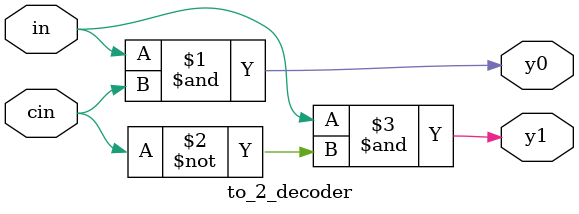
<source format=sv>
`timescale 1ns / 1ps


module to_2_decoder(input in,cin,output y0,y1);
assign y0 = in & cin;
assign y1 = in & ~cin;
endmodule

</source>
